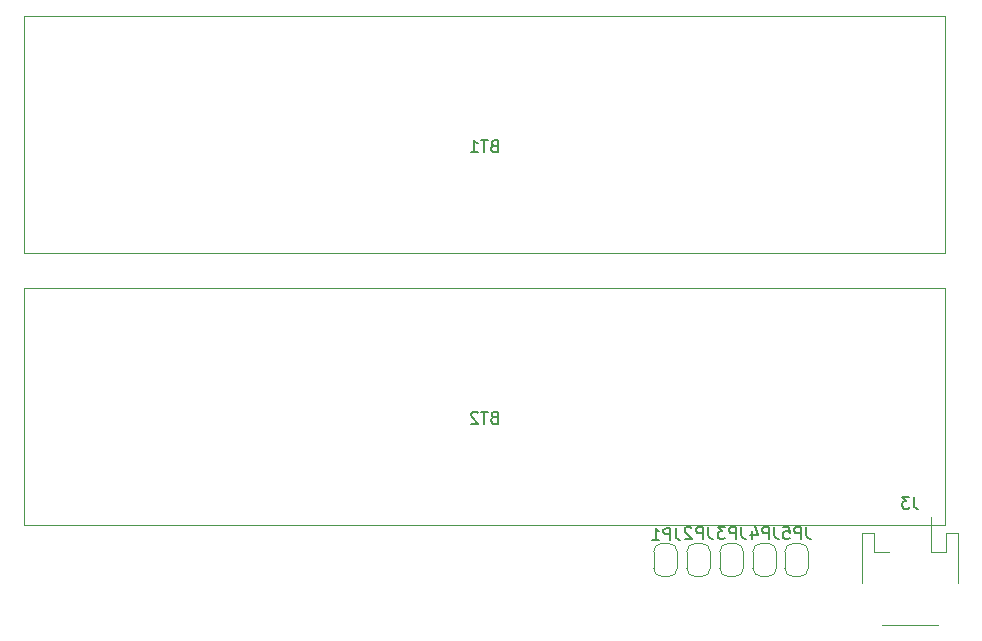
<source format=gbr>
G04 #@! TF.GenerationSoftware,KiCad,Pcbnew,(5.1.5-0-10_14)*
G04 #@! TF.CreationDate,2020-04-17T21:23:15+02:00*
G04 #@! TF.ProjectId,inuk-base,696e756b-2d62-4617-9365-2e6b69636164,rev?*
G04 #@! TF.SameCoordinates,Original*
G04 #@! TF.FileFunction,Legend,Bot*
G04 #@! TF.FilePolarity,Positive*
%FSLAX46Y46*%
G04 Gerber Fmt 4.6, Leading zero omitted, Abs format (unit mm)*
G04 Created by KiCad (PCBNEW (5.1.5-0-10_14)) date 2020-04-17 21:23:15*
%MOMM*%
%LPD*%
G04 APERTURE LIST*
%ADD10C,0.120000*%
%ADD11C,0.150000*%
G04 APERTURE END LIST*
D10*
X134340000Y-144510000D02*
X129660000Y-144510000D01*
X128960000Y-138290000D02*
X130240000Y-138290000D01*
X128960000Y-136690000D02*
X128960000Y-138290000D01*
X127940000Y-136690000D02*
X128960000Y-136690000D01*
X127940000Y-140940000D02*
X127940000Y-136690000D01*
X133760000Y-138290000D02*
X133760000Y-135400000D01*
X135040000Y-138290000D02*
X133760000Y-138290000D01*
X135040000Y-136690000D02*
X135040000Y-138290000D01*
X136060000Y-136690000D02*
X135040000Y-136690000D01*
X136060000Y-140940000D02*
X136060000Y-136690000D01*
X121400000Y-138300000D02*
X121400000Y-139700000D01*
X122100000Y-140400000D02*
X122700000Y-140400000D01*
X123400000Y-139700000D02*
X123400000Y-138300000D01*
X122700000Y-137600000D02*
X122100000Y-137600000D01*
X122100000Y-137600000D02*
G75*
G03X121400000Y-138300000I0J-700000D01*
G01*
X123400000Y-138300000D02*
G75*
G03X122700000Y-137600000I-700000J0D01*
G01*
X122700000Y-140400000D02*
G75*
G03X123400000Y-139700000I0J700000D01*
G01*
X121400000Y-139700000D02*
G75*
G03X122100000Y-140400000I700000J0D01*
G01*
X118700000Y-138300000D02*
X118700000Y-139700000D01*
X119400000Y-140400000D02*
X120000000Y-140400000D01*
X120700000Y-139700000D02*
X120700000Y-138300000D01*
X120000000Y-137600000D02*
X119400000Y-137600000D01*
X119400000Y-137600000D02*
G75*
G03X118700000Y-138300000I0J-700000D01*
G01*
X120700000Y-138300000D02*
G75*
G03X120000000Y-137600000I-700000J0D01*
G01*
X120000000Y-140400000D02*
G75*
G03X120700000Y-139700000I0J700000D01*
G01*
X118700000Y-139700000D02*
G75*
G03X119400000Y-140400000I700000J0D01*
G01*
X115900000Y-138300000D02*
X115900000Y-139700000D01*
X116600000Y-140400000D02*
X117200000Y-140400000D01*
X117900000Y-139700000D02*
X117900000Y-138300000D01*
X117200000Y-137600000D02*
X116600000Y-137600000D01*
X116600000Y-137600000D02*
G75*
G03X115900000Y-138300000I0J-700000D01*
G01*
X117900000Y-138300000D02*
G75*
G03X117200000Y-137600000I-700000J0D01*
G01*
X117200000Y-140400000D02*
G75*
G03X117900000Y-139700000I0J700000D01*
G01*
X115900000Y-139700000D02*
G75*
G03X116600000Y-140400000I700000J0D01*
G01*
X113100000Y-138300000D02*
X113100000Y-139700000D01*
X113800000Y-140400000D02*
X114400000Y-140400000D01*
X115100000Y-139700000D02*
X115100000Y-138300000D01*
X114400000Y-137600000D02*
X113800000Y-137600000D01*
X113800000Y-137600000D02*
G75*
G03X113100000Y-138300000I0J-700000D01*
G01*
X115100000Y-138300000D02*
G75*
G03X114400000Y-137600000I-700000J0D01*
G01*
X114400000Y-140400000D02*
G75*
G03X115100000Y-139700000I0J700000D01*
G01*
X113100000Y-139700000D02*
G75*
G03X113800000Y-140400000I700000J0D01*
G01*
X110300000Y-138300000D02*
X110300000Y-139700000D01*
X111000000Y-140400000D02*
X111600000Y-140400000D01*
X112300000Y-139700000D02*
X112300000Y-138300000D01*
X111600000Y-137600000D02*
X111000000Y-137600000D01*
X111000000Y-137600000D02*
G75*
G03X110300000Y-138300000I0J-700000D01*
G01*
X112300000Y-138300000D02*
G75*
G03X111600000Y-137600000I-700000J0D01*
G01*
X111600000Y-140400000D02*
G75*
G03X112300000Y-139700000I0J700000D01*
G01*
X110300000Y-139700000D02*
G75*
G03X111000000Y-140400000I700000J0D01*
G01*
X135000000Y-115950000D02*
X57000000Y-115950000D01*
X57000000Y-115950000D02*
X57000000Y-136050000D01*
X57000000Y-136050000D02*
X135000000Y-136050000D01*
X135000000Y-136050000D02*
X135000000Y-115950000D01*
X135000000Y-92950000D02*
X57000000Y-92950000D01*
X57000000Y-92950000D02*
X57000000Y-113050000D01*
X57000000Y-113050000D02*
X135000000Y-113050000D01*
X135000000Y-113050000D02*
X135000000Y-92950000D01*
D11*
X132333333Y-133652380D02*
X132333333Y-134366666D01*
X132380952Y-134509523D01*
X132476190Y-134604761D01*
X132619047Y-134652380D01*
X132714285Y-134652380D01*
X131952380Y-133652380D02*
X131333333Y-133652380D01*
X131666666Y-134033333D01*
X131523809Y-134033333D01*
X131428571Y-134080952D01*
X131380952Y-134128571D01*
X131333333Y-134223809D01*
X131333333Y-134461904D01*
X131380952Y-134557142D01*
X131428571Y-134604761D01*
X131523809Y-134652380D01*
X131809523Y-134652380D01*
X131904761Y-134604761D01*
X131952380Y-134557142D01*
X123233333Y-136202380D02*
X123233333Y-136916666D01*
X123280952Y-137059523D01*
X123376190Y-137154761D01*
X123519047Y-137202380D01*
X123614285Y-137202380D01*
X122757142Y-137202380D02*
X122757142Y-136202380D01*
X122376190Y-136202380D01*
X122280952Y-136250000D01*
X122233333Y-136297619D01*
X122185714Y-136392857D01*
X122185714Y-136535714D01*
X122233333Y-136630952D01*
X122280952Y-136678571D01*
X122376190Y-136726190D01*
X122757142Y-136726190D01*
X121280952Y-136202380D02*
X121757142Y-136202380D01*
X121804761Y-136678571D01*
X121757142Y-136630952D01*
X121661904Y-136583333D01*
X121423809Y-136583333D01*
X121328571Y-136630952D01*
X121280952Y-136678571D01*
X121233333Y-136773809D01*
X121233333Y-137011904D01*
X121280952Y-137107142D01*
X121328571Y-137154761D01*
X121423809Y-137202380D01*
X121661904Y-137202380D01*
X121757142Y-137154761D01*
X121804761Y-137107142D01*
X120533333Y-136202380D02*
X120533333Y-136916666D01*
X120580952Y-137059523D01*
X120676190Y-137154761D01*
X120819047Y-137202380D01*
X120914285Y-137202380D01*
X120057142Y-137202380D02*
X120057142Y-136202380D01*
X119676190Y-136202380D01*
X119580952Y-136250000D01*
X119533333Y-136297619D01*
X119485714Y-136392857D01*
X119485714Y-136535714D01*
X119533333Y-136630952D01*
X119580952Y-136678571D01*
X119676190Y-136726190D01*
X120057142Y-136726190D01*
X118628571Y-136535714D02*
X118628571Y-137202380D01*
X118866666Y-136154761D02*
X119104761Y-136869047D01*
X118485714Y-136869047D01*
X117733333Y-136202380D02*
X117733333Y-136916666D01*
X117780952Y-137059523D01*
X117876190Y-137154761D01*
X118019047Y-137202380D01*
X118114285Y-137202380D01*
X117257142Y-137202380D02*
X117257142Y-136202380D01*
X116876190Y-136202380D01*
X116780952Y-136250000D01*
X116733333Y-136297619D01*
X116685714Y-136392857D01*
X116685714Y-136535714D01*
X116733333Y-136630952D01*
X116780952Y-136678571D01*
X116876190Y-136726190D01*
X117257142Y-136726190D01*
X116352380Y-136202380D02*
X115733333Y-136202380D01*
X116066666Y-136583333D01*
X115923809Y-136583333D01*
X115828571Y-136630952D01*
X115780952Y-136678571D01*
X115733333Y-136773809D01*
X115733333Y-137011904D01*
X115780952Y-137107142D01*
X115828571Y-137154761D01*
X115923809Y-137202380D01*
X116209523Y-137202380D01*
X116304761Y-137154761D01*
X116352380Y-137107142D01*
X114933333Y-136202380D02*
X114933333Y-136916666D01*
X114980952Y-137059523D01*
X115076190Y-137154761D01*
X115219047Y-137202380D01*
X115314285Y-137202380D01*
X114457142Y-137202380D02*
X114457142Y-136202380D01*
X114076190Y-136202380D01*
X113980952Y-136250000D01*
X113933333Y-136297619D01*
X113885714Y-136392857D01*
X113885714Y-136535714D01*
X113933333Y-136630952D01*
X113980952Y-136678571D01*
X114076190Y-136726190D01*
X114457142Y-136726190D01*
X113504761Y-136297619D02*
X113457142Y-136250000D01*
X113361904Y-136202380D01*
X113123809Y-136202380D01*
X113028571Y-136250000D01*
X112980952Y-136297619D01*
X112933333Y-136392857D01*
X112933333Y-136488095D01*
X112980952Y-136630952D01*
X113552380Y-137202380D01*
X112933333Y-137202380D01*
X112183333Y-136302380D02*
X112183333Y-137016666D01*
X112230952Y-137159523D01*
X112326190Y-137254761D01*
X112469047Y-137302380D01*
X112564285Y-137302380D01*
X111707142Y-137302380D02*
X111707142Y-136302380D01*
X111326190Y-136302380D01*
X111230952Y-136350000D01*
X111183333Y-136397619D01*
X111135714Y-136492857D01*
X111135714Y-136635714D01*
X111183333Y-136730952D01*
X111230952Y-136778571D01*
X111326190Y-136826190D01*
X111707142Y-136826190D01*
X110183333Y-137302380D02*
X110754761Y-137302380D01*
X110469047Y-137302380D02*
X110469047Y-136302380D01*
X110564285Y-136445238D01*
X110659523Y-136540476D01*
X110754761Y-136588095D01*
X96785714Y-126928571D02*
X96642857Y-126976190D01*
X96595238Y-127023809D01*
X96547619Y-127119047D01*
X96547619Y-127261904D01*
X96595238Y-127357142D01*
X96642857Y-127404761D01*
X96738095Y-127452380D01*
X97119047Y-127452380D01*
X97119047Y-126452380D01*
X96785714Y-126452380D01*
X96690476Y-126500000D01*
X96642857Y-126547619D01*
X96595238Y-126642857D01*
X96595238Y-126738095D01*
X96642857Y-126833333D01*
X96690476Y-126880952D01*
X96785714Y-126928571D01*
X97119047Y-126928571D01*
X96261904Y-126452380D02*
X95690476Y-126452380D01*
X95976190Y-127452380D02*
X95976190Y-126452380D01*
X95404761Y-126547619D02*
X95357142Y-126500000D01*
X95261904Y-126452380D01*
X95023809Y-126452380D01*
X94928571Y-126500000D01*
X94880952Y-126547619D01*
X94833333Y-126642857D01*
X94833333Y-126738095D01*
X94880952Y-126880952D01*
X95452380Y-127452380D01*
X94833333Y-127452380D01*
X96785714Y-103928571D02*
X96642857Y-103976190D01*
X96595238Y-104023809D01*
X96547619Y-104119047D01*
X96547619Y-104261904D01*
X96595238Y-104357142D01*
X96642857Y-104404761D01*
X96738095Y-104452380D01*
X97119047Y-104452380D01*
X97119047Y-103452380D01*
X96785714Y-103452380D01*
X96690476Y-103500000D01*
X96642857Y-103547619D01*
X96595238Y-103642857D01*
X96595238Y-103738095D01*
X96642857Y-103833333D01*
X96690476Y-103880952D01*
X96785714Y-103928571D01*
X97119047Y-103928571D01*
X96261904Y-103452380D02*
X95690476Y-103452380D01*
X95976190Y-104452380D02*
X95976190Y-103452380D01*
X94833333Y-104452380D02*
X95404761Y-104452380D01*
X95119047Y-104452380D02*
X95119047Y-103452380D01*
X95214285Y-103595238D01*
X95309523Y-103690476D01*
X95404761Y-103738095D01*
M02*

</source>
